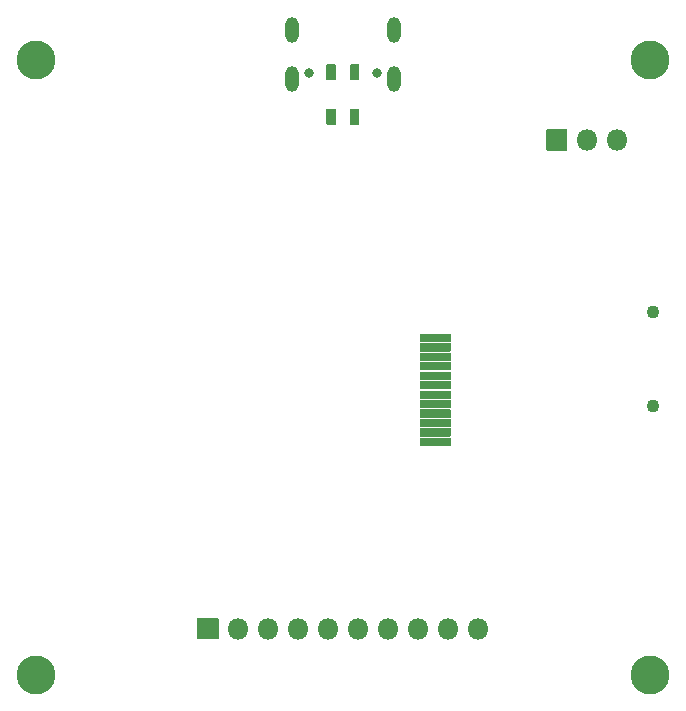
<source format=gbs>
G04 #@! TF.GenerationSoftware,KiCad,Pcbnew,(5.1.10)-1*
G04 #@! TF.CreationDate,2023-09-12T17:10:13+08:00*
G04 #@! TF.ProjectId,BusPirate-5-rev8,42757350-6972-4617-9465-2d352d726576,rev?*
G04 #@! TF.SameCoordinates,Original*
G04 #@! TF.FileFunction,Soldermask,Bot*
G04 #@! TF.FilePolarity,Negative*
%FSLAX46Y46*%
G04 Gerber Fmt 4.6, Leading zero omitted, Abs format (unit mm)*
G04 Created by KiCad (PCBNEW (5.1.10)-1) date 2023-09-12 17:10:13*
%MOMM*%
%LPD*%
G01*
G04 APERTURE LIST*
%ADD10C,0.800000*%
%ADD11O,1.150000X2.200000*%
%ADD12O,1.800000X1.800000*%
%ADD13C,1.100000*%
%ADD14C,3.300000*%
G04 APERTURE END LIST*
D10*
X127010000Y-65150000D03*
X132790000Y-65150000D03*
D11*
X125580000Y-61500000D03*
X134220000Y-61500000D03*
X125580000Y-65680000D03*
X134220000Y-65680000D03*
G36*
G01*
X129250000Y-65795000D02*
X128550000Y-65795000D01*
G75*
G02*
X128500000Y-65745000I0J50000D01*
G01*
X128500000Y-64495000D01*
G75*
G02*
X128550000Y-64445000I50000J0D01*
G01*
X129250000Y-64445000D01*
G75*
G02*
X129300000Y-64495000I0J-50000D01*
G01*
X129300000Y-65745000D01*
G75*
G02*
X129250000Y-65795000I-50000J0D01*
G01*
G37*
G36*
G01*
X129250000Y-69555000D02*
X128550000Y-69555000D01*
G75*
G02*
X128500000Y-69505000I0J50000D01*
G01*
X128500000Y-68255000D01*
G75*
G02*
X128550000Y-68205000I50000J0D01*
G01*
X129250000Y-68205000D01*
G75*
G02*
X129300000Y-68255000I0J-50000D01*
G01*
X129300000Y-69505000D01*
G75*
G02*
X129250000Y-69555000I-50000J0D01*
G01*
G37*
G36*
G01*
X131250000Y-65795000D02*
X130550000Y-65795000D01*
G75*
G02*
X130500000Y-65745000I0J50000D01*
G01*
X130500000Y-64495000D01*
G75*
G02*
X130550000Y-64445000I50000J0D01*
G01*
X131250000Y-64445000D01*
G75*
G02*
X131300000Y-64495000I0J-50000D01*
G01*
X131300000Y-65745000D01*
G75*
G02*
X131250000Y-65795000I-50000J0D01*
G01*
G37*
G36*
G01*
X131250000Y-69555000D02*
X130550000Y-69555000D01*
G75*
G02*
X130500000Y-69505000I0J50000D01*
G01*
X130500000Y-68255000D01*
G75*
G02*
X130550000Y-68205000I50000J0D01*
G01*
X131250000Y-68205000D01*
G75*
G02*
X131300000Y-68255000I0J-50000D01*
G01*
X131300000Y-69505000D01*
G75*
G02*
X131250000Y-69555000I-50000J0D01*
G01*
G37*
D12*
X153090000Y-70850000D03*
X150550000Y-70850000D03*
G36*
G01*
X148860000Y-71750000D02*
X147160000Y-71750000D01*
G75*
G02*
X147110000Y-71700000I0J50000D01*
G01*
X147110000Y-70000000D01*
G75*
G02*
X147160000Y-69950000I50000J0D01*
G01*
X148860000Y-69950000D01*
G75*
G02*
X148910000Y-70000000I0J-50000D01*
G01*
X148910000Y-71700000D01*
G75*
G02*
X148860000Y-71750000I-50000J0D01*
G01*
G37*
G36*
G01*
X136450000Y-92850000D02*
X139000000Y-92850000D01*
G75*
G02*
X139050000Y-92900000I0J-50000D01*
G01*
X139050000Y-93500000D01*
G75*
G02*
X139000000Y-93550000I-50000J0D01*
G01*
X136450000Y-93550000D01*
G75*
G02*
X136400000Y-93500000I0J50000D01*
G01*
X136400000Y-92900000D01*
G75*
G02*
X136450000Y-92850000I50000J0D01*
G01*
G37*
G36*
G01*
X136450000Y-87250000D02*
X139000000Y-87250000D01*
G75*
G02*
X139050000Y-87300000I0J-50000D01*
G01*
X139050000Y-87900000D01*
G75*
G02*
X139000000Y-87950000I-50000J0D01*
G01*
X136450000Y-87950000D01*
G75*
G02*
X136400000Y-87900000I0J50000D01*
G01*
X136400000Y-87300000D01*
G75*
G02*
X136450000Y-87250000I50000J0D01*
G01*
G37*
G36*
G01*
X136450000Y-95250000D02*
X139000000Y-95250000D01*
G75*
G02*
X139050000Y-95300000I0J-50000D01*
G01*
X139050000Y-95900000D01*
G75*
G02*
X139000000Y-95950000I-50000J0D01*
G01*
X136450000Y-95950000D01*
G75*
G02*
X136400000Y-95900000I0J50000D01*
G01*
X136400000Y-95300000D01*
G75*
G02*
X136450000Y-95250000I50000J0D01*
G01*
G37*
G36*
G01*
X136450000Y-96050000D02*
X139000000Y-96050000D01*
G75*
G02*
X139050000Y-96100000I0J-50000D01*
G01*
X139050000Y-96700000D01*
G75*
G02*
X139000000Y-96750000I-50000J0D01*
G01*
X136450000Y-96750000D01*
G75*
G02*
X136400000Y-96700000I0J50000D01*
G01*
X136400000Y-96100000D01*
G75*
G02*
X136450000Y-96050000I50000J0D01*
G01*
G37*
G36*
G01*
X136450000Y-90450000D02*
X139000000Y-90450000D01*
G75*
G02*
X139050000Y-90500000I0J-50000D01*
G01*
X139050000Y-91100000D01*
G75*
G02*
X139000000Y-91150000I-50000J0D01*
G01*
X136450000Y-91150000D01*
G75*
G02*
X136400000Y-91100000I0J50000D01*
G01*
X136400000Y-90500000D01*
G75*
G02*
X136450000Y-90450000I50000J0D01*
G01*
G37*
G36*
G01*
X136450000Y-88050000D02*
X139000000Y-88050000D01*
G75*
G02*
X139050000Y-88100000I0J-50000D01*
G01*
X139050000Y-88700000D01*
G75*
G02*
X139000000Y-88750000I-50000J0D01*
G01*
X136450000Y-88750000D01*
G75*
G02*
X136400000Y-88700000I0J50000D01*
G01*
X136400000Y-88100000D01*
G75*
G02*
X136450000Y-88050000I50000J0D01*
G01*
G37*
G36*
G01*
X136450000Y-92050000D02*
X139000000Y-92050000D01*
G75*
G02*
X139050000Y-92100000I0J-50000D01*
G01*
X139050000Y-92700000D01*
G75*
G02*
X139000000Y-92750000I-50000J0D01*
G01*
X136450000Y-92750000D01*
G75*
G02*
X136400000Y-92700000I0J50000D01*
G01*
X136400000Y-92100000D01*
G75*
G02*
X136450000Y-92050000I50000J0D01*
G01*
G37*
G36*
G01*
X136450000Y-94450000D02*
X139000000Y-94450000D01*
G75*
G02*
X139050000Y-94500000I0J-50000D01*
G01*
X139050000Y-95100000D01*
G75*
G02*
X139000000Y-95150000I-50000J0D01*
G01*
X136450000Y-95150000D01*
G75*
G02*
X136400000Y-95100000I0J50000D01*
G01*
X136400000Y-94500000D01*
G75*
G02*
X136450000Y-94450000I50000J0D01*
G01*
G37*
G36*
G01*
X136450000Y-89650000D02*
X139000000Y-89650000D01*
G75*
G02*
X139050000Y-89700000I0J-50000D01*
G01*
X139050000Y-90300000D01*
G75*
G02*
X139000000Y-90350000I-50000J0D01*
G01*
X136450000Y-90350000D01*
G75*
G02*
X136400000Y-90300000I0J50000D01*
G01*
X136400000Y-89700000D01*
G75*
G02*
X136450000Y-89650000I50000J0D01*
G01*
G37*
G36*
G01*
X136450000Y-93650000D02*
X139000000Y-93650000D01*
G75*
G02*
X139050000Y-93700000I0J-50000D01*
G01*
X139050000Y-94300000D01*
G75*
G02*
X139000000Y-94350000I-50000J0D01*
G01*
X136450000Y-94350000D01*
G75*
G02*
X136400000Y-94300000I0J50000D01*
G01*
X136400000Y-93700000D01*
G75*
G02*
X136450000Y-93650000I50000J0D01*
G01*
G37*
G36*
G01*
X136450000Y-91250000D02*
X139000000Y-91250000D01*
G75*
G02*
X139050000Y-91300000I0J-50000D01*
G01*
X139050000Y-91900000D01*
G75*
G02*
X139000000Y-91950000I-50000J0D01*
G01*
X136450000Y-91950000D01*
G75*
G02*
X136400000Y-91900000I0J50000D01*
G01*
X136400000Y-91300000D01*
G75*
G02*
X136450000Y-91250000I50000J0D01*
G01*
G37*
G36*
G01*
X136450000Y-88850000D02*
X139000000Y-88850000D01*
G75*
G02*
X139050000Y-88900000I0J-50000D01*
G01*
X139050000Y-89500000D01*
G75*
G02*
X139000000Y-89550000I-50000J0D01*
G01*
X136450000Y-89550000D01*
G75*
G02*
X136400000Y-89500000I0J50000D01*
G01*
X136400000Y-88900000D01*
G75*
G02*
X136450000Y-88850000I50000J0D01*
G01*
G37*
D13*
X156140000Y-93400000D03*
X156140000Y-85400000D03*
G36*
G01*
X117620000Y-111320000D02*
X119320000Y-111320000D01*
G75*
G02*
X119370000Y-111370000I0J-50000D01*
G01*
X119370000Y-113070000D01*
G75*
G02*
X119320000Y-113120000I-50000J0D01*
G01*
X117620000Y-113120000D01*
G75*
G02*
X117570000Y-113070000I0J50000D01*
G01*
X117570000Y-111370000D01*
G75*
G02*
X117620000Y-111320000I50000J0D01*
G01*
G37*
D12*
X121010000Y-112220000D03*
X123550000Y-112220000D03*
X126090000Y-112220000D03*
X128630000Y-112220000D03*
X131170000Y-112220000D03*
X133710000Y-112220000D03*
X136250000Y-112220000D03*
X138790000Y-112220000D03*
X141330000Y-112220000D03*
D14*
X103900000Y-116100000D03*
X155900000Y-116100000D03*
X155900000Y-64100000D03*
X103900000Y-64100000D03*
M02*

</source>
